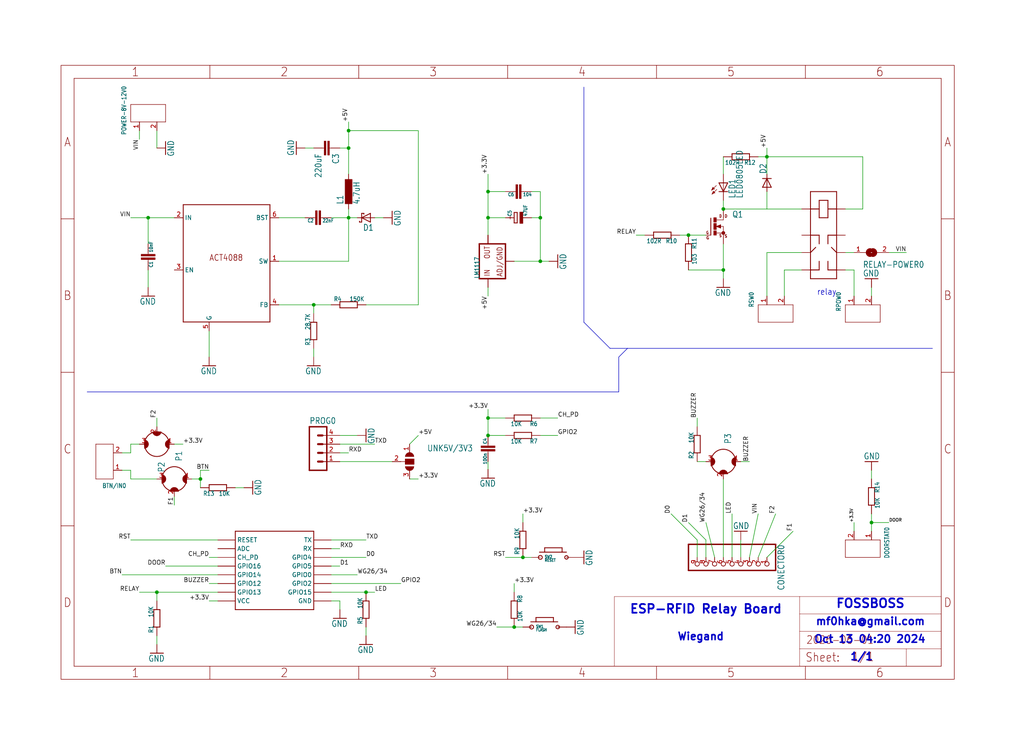
<source format=kicad_sch>
(kicad_sch (version 20231120) (generator "eeschema") (generator_version "8.0")
  (paper "User" 298.45 217.322)
  (lib_symbols
    (symbol "esp-rfid-relay-board-eagle-import:2XSWITCH"
      (symbol "2XSWITCH_1_0"
        (pin bidirectional line (at 0 12.7 270) (length 5.08) (name "1") (number "1"))
        (pin bidirectional line (at 7.62 12.7 270) (length 5.08) (name "2") (number "2"))
        (pin bidirectional line (at 12.7 12.7 270) (length 2.54) (name "3") (number "3"))
        (pin bidirectional line (at 17.78 12.7 270) (length 5.08) (name "4") (number "4"))
        (pin bidirectional line (at 17.78 0 90) (length 5.08) (name "5") (number "5"))
        (pin bidirectional line (at 12.7 0 90) (length 2.54) (name "6") (number "6"))
        (pin bidirectional line (at 7.62 0 90) (length 5.08) (name "7") (number "7"))
        (pin bidirectional line (at 0 0 90) (length 5.08) (name "8") (number "8"))
      )
    )
    (symbol "esp-rfid-relay-board-eagle-import:A4L-LOC"
      (symbol "A4L-LOC_1_0"
        (text "${#}/${##}" (at 230.505 5.08 0) (effects (font (size 2.54 2.159)) (justify left bottom)))
        (text "${CURRENT_DATE}" (at 217.17 10.16 0) (effects (font (size 2.286 1.9431)) (justify left bottom)))
        (text "${PROJECTNAME}" (at 217.17 15.24 0) (effects (font (size 2.54 2.159)) (justify left bottom)))
        (text "1" (at 21.6958 1.905 0) (effects (font (size 2.54 2.286))))
        (text "1" (at 21.6958 177.165 0) (effects (font (size 2.54 2.286))))
        (text "2" (at 65.0875 1.905 0) (effects (font (size 2.54 2.286))))
        (text "2" (at 65.0875 177.165 0) (effects (font (size 2.54 2.286))))
        (text "3" (at 108.4792 1.905 0) (effects (font (size 2.54 2.286))))
        (text "3" (at 108.4792 177.165 0) (effects (font (size 2.54 2.286))))
        (text "4" (at 151.8708 1.905 0) (effects (font (size 2.54 2.286))))
        (text "4" (at 151.8708 177.165 0) (effects (font (size 2.54 2.286))))
        (text "5" (at 195.2625 1.905 0) (effects (font (size 2.54 2.286))))
        (text "5" (at 195.2625 177.165 0) (effects (font (size 2.54 2.286))))
        (text "6" (at 238.6542 1.905 0) (effects (font (size 2.54 2.286))))
        (text "6" (at 238.6542 177.165 0) (effects (font (size 2.54 2.286))))
        (text "A" (at 1.905 156.6863 0) (effects (font (size 2.54 2.286))))
        (text "A" (at 258.445 156.6863 0) (effects (font (size 2.54 2.286))))
        (text "B" (at 1.905 111.9188 0) (effects (font (size 2.54 2.286))))
        (text "B" (at 258.445 111.9188 0) (effects (font (size 2.54 2.286))))
        (text "C" (at 1.905 67.1513 0) (effects (font (size 2.54 2.286))))
        (text "C" (at 258.445 67.1513 0) (effects (font (size 2.54 2.286))))
        (text "D" (at 1.905 22.3838 0) (effects (font (size 2.54 2.286))))
        (text "D" (at 258.445 22.3838 0) (effects (font (size 2.54 2.286))))
        (text "Sheet:" (at 216.916 4.953 0) (effects (font (size 2.54 2.159)) (justify left bottom)))
      )
    )
    (symbol "esp-rfid-relay-board-eagle-import:ACT4088-(SOT23-6)"
      (symbol "ACT4088-(SOT23-6)_1_0"
        (text "ACT4088" (at 0 2.54 0) (effects (font (size 1.778 1.5113)) (justify left bottom)))
        (pin input line (at 20.32 2.54 180) (length 2.54) (name "SW") (number "1"))
        (pin input line (at -10.16 15.24 0) (length 2.54) (name "IN") (number "2"))
        (pin input line (at -10.16 0 0) (length 2.54) (name "EN") (number "3"))
        (pin power_in line (at 20.32 -10.16 180) (length 2.54) (name "FB") (number "4"))
        (pin input line (at 0 -17.78 90) (length 2.54) (name "G") (number "5"))
        (pin output line (at 20.32 15.24 180) (length 2.54) (name "BST") (number "6"))
      )
    )
    (symbol "esp-rfid-relay-board-eagle-import:BUTTON-2PSWITCH-TURTLE-2P"
      (property "Reference" "SW" (at -1.27 -0.254 0))
      (symbol "BUTTON-2PSWITCH-TURTLE-2P_1_0"
        (pin bidirectional line (at -5.08 0 0) (length 2.54) (name "P$1") (number "1"))
        (pin bidirectional line (at 7.62 0 180) (length 2.54) (name "P$2") (number "2"))
      )
    )
    (symbol "esp-rfid-relay-board-eagle-import:C-EUC1210"
      (property "Reference" "C" (at 1.524 0.381 0))
      (symbol "C-EUC1210_1_0"
        (pin passive line (at 0 2.54 270) (length 2.54) (name "1") (number "1"))
        (pin passive line (at 0 -5.08 90) (length 2.54) (name "2") (number "2"))
      )
    )
    (symbol "esp-rfid-relay-board-eagle-import:CAPC0805"
      (property "Reference" "C" (at -2.54 -1.397 0))
      (symbol "CAPC0805_1_0"
        (pin passive line (at -5.08 0 0) (length 2.54) (name "1") (number "1"))
        (pin passive line (at 2.54 0 180) (length 2.54) (name "2") (number "2"))
      )
    )
    (symbol "esp-rfid-relay-board-eagle-import:CPOLB_3528"
      (property "Reference" "C" (at 0.381 3.2766 0))
      (symbol "CPOLB_3528_1_0"
        (text "+" (at -0.5842 2.9464 900) (effects (font (size 1.27 1.0795)) (justify left bottom)))
        (pin passive line (at 0 5.08 270) (length 2.54) (name "+") (number "+"))
        (pin passive line (at 0 -2.54 90) (length 2.54) (name "-") (number "-"))
      )
    )
    (symbol "esp-rfid-relay-board-eagle-import:DIODESOD123FL"
      (property "Reference" "N" (at 2.54 0.4826 0))
      (symbol "DIODESOD123FL_1_0"
        (pin passive line (at -2.54 0 0) (length 2.54) (name "A") (number "A"))
        (pin passive line (at 2.54 0 180) (length 2.54) (name "C") (number "C"))
      )
    )
    (symbol "esp-rfid-relay-board-eagle-import:ESP12SMD"
      (symbol "ESP12SMD_1_0"
        (pin bidirectional line (at -17.78 5.08 0) (length 5.08) (name "ADC") (number "ADC"))
        (pin bidirectional line (at -17.78 2.54 0) (length 5.08) (name "CH_PD") (number "CH_PD"))
        (pin bidirectional line (at 15.24 -10.16 180) (length 5.08) (name "GND") (number "GND"))
        (pin bidirectional line (at 15.24 -2.54 180) (length 5.08) (name "GPIO0") (number "GPIO0"))
        (pin bidirectional line (at -17.78 -5.08 0) (length 5.08) (name "GPIO12") (number "GPIO12"))
        (pin bidirectional line (at -17.78 -7.62 0) (length 5.08) (name "GPIO13") (number "GPIO13"))
        (pin bidirectional line (at -17.78 -2.54 0) (length 5.08) (name "GPIO14") (number "GPIO14"))
        (pin bidirectional line (at 15.24 -7.62 180) (length 5.08) (name "GPIO15") (number "GPIO15"))
        (pin bidirectional line (at -17.78 0 0) (length 5.08) (name "GPIO16") (number "GPIO16"))
        (pin bidirectional line (at 15.24 -5.08 180) (length 5.08) (name "GPIO2") (number "GPIO2"))
        (pin bidirectional line (at 15.24 2.54 180) (length 5.08) (name "GPIO4") (number "GPIO4"))
        (pin bidirectional line (at 15.24 0 180) (length 5.08) (name "GPIO5") (number "GPIO5"))
        (pin bidirectional line (at -17.78 7.62 0) (length 5.08) (name "RESET") (number "RESET"))
        (pin bidirectional line (at 15.24 5.08 180) (length 5.08) (name "RX") (number "RXD0"))
        (pin bidirectional line (at 15.24 7.62 180) (length 5.08) (name "TX") (number "TXD0"))
        (pin bidirectional line (at -17.78 -10.16 0) (length 5.08) (name "VCC") (number "VCC"))
      )
    )
    (symbol "esp-rfid-relay-board-eagle-import:GND" (power)
      (symbol "GND_1_0"
        (pin power_in line (at 0 2.54 270) (length 2.54) (name "GND") (number "1"))
      )
    )
    (symbol "esp-rfid-relay-board-eagle-import:L-EUL3225M"
      (property "Reference" "L" (at -1.4986 -3.81 90))
      (symbol "L-EUL3225M_1_0"
        (pin passive line (at 0 5.08 270) (length 2.54) (name "1") (number "1"))
        (pin passive line (at 0 -5.08 90) (length 2.54) (name "2") (number "2"))
      )
    )
    (symbol "esp-rfid-relay-board-eagle-import:LED0805LED"
      (property "Reference" "LED" (at 3.556 -2.032 90))
      (symbol "LED0805LED_1_0"
        (pin passive line (at 0 5.08 270) (length 2.54) (name "A") (number "A"))
        (pin passive line (at 0 -2.54 90) (length 2.54) (name "C") (number "C"))
      )
    )
    (symbol "esp-rfid-relay-board-eagle-import:MA04-1"
      (property "Reference" "SV" (at -1.27 5.842 0))
      (symbol "MA04-1_1_0"
        (pin passive line (at 7.62 -5.08 180) (length 5.08) (name "1") (number "1"))
        (pin passive line (at 7.62 -2.54 180) (length 5.08) (name "2") (number "2"))
        (pin passive line (at 7.62 0 180) (length 5.08) (name "3") (number "3"))
        (pin passive line (at 7.62 2.54 180) (length 5.08) (name "4") (number "4"))
      )
    )
    (symbol "esp-rfid-relay-board-eagle-import:MOSFET_NSOT23"
      (property "Reference" "Q" (at 5.08 2.54 0))
      (symbol "MOSFET_NSOT23_1_0"
        (text "D" (at 1.27 2.54 0) (effects (font (size 0.8128 0.6908)) (justify left bottom)))
        (text "D" (at 2.794 2.54 0) (effects (font (size 0.8128 0.8128) (thickness 0.1626) (bold yes)) (justify left bottom)))
        (text "G" (at -2.54 -3.81 0) (effects (font (size 0.8128 0.8128) (thickness 0.1626) (bold yes)) (justify left bottom)))
        (text "G" (at -2.54 -2.286 0) (effects (font (size 0.8128 0.6908)) (justify left bottom)))
        (text "S" (at 1.27 -3.175 0) (effects (font (size 0.8128 0.6908)) (justify left bottom)))
        (text "S" (at 2.794 -3.302 0) (effects (font (size 0.8128 0.8128) (thickness 0.1626) (bold yes)) (justify left bottom)))
        (pin passive line (at -2.54 -2.54 0) (length 0) (name "G") (number "1"))
        (pin passive line (at 2.54 -5.08 90) (length 2.54) (name "S") (number "2"))
        (pin passive line (at 2.54 5.08 270) (length 2.54) (name "D") (number "3"))
      )
    )
    (symbol "esp-rfid-relay-board-eagle-import:PINHD-1X9"
      (property "Reference" "JP" (at -6.35 13.335 0))
      (symbol "PINHD-1X9_1_0"
        (pin passive inverted (at -2.54 10.16 0) (length 2.54) (name "1") (number "1"))
        (pin passive inverted (at -2.54 7.62 0) (length 2.54) (name "2") (number "2"))
        (pin passive inverted (at -2.54 5.08 0) (length 2.54) (name "3") (number "3"))
        (pin passive inverted (at -2.54 2.54 0) (length 2.54) (name "4") (number "4"))
        (pin passive inverted (at -2.54 0 0) (length 2.54) (name "5") (number "5"))
        (pin passive inverted (at -2.54 -2.54 0) (length 2.54) (name "6") (number "6"))
        (pin passive inverted (at -2.54 -5.08 0) (length 2.54) (name "7") (number "7"))
        (pin passive inverted (at -2.54 -7.62 0) (length 2.54) (name "8") (number "8"))
        (pin passive inverted (at -2.54 -10.16 0) (length 2.54) (name "9") (number "9"))
      )
    )
    (symbol "esp-rfid-relay-board-eagle-import:POWERSOT223"
      (property "Reference" "U" (at -5.08 2.54 0))
      (symbol "POWERSOT223_1_0"
        (text "ADJ/GND" (at -4.572 -4.318 0) (effects (font (size 1.524 1.2954)) (justify left bottom)))
        (text "IN" (at -4.445 -0.635 0) (effects (font (size 1.524 1.2954)) (justify left bottom)))
        (text "OUT" (at 0.635 -0.635 0) (effects (font (size 1.524 1.2954)) (justify left bottom)))
        (pin input line (at 0 -7.62 90) (length 2.54) (name "GND") (number "GND"))
        (pin input line (at -7.62 0 0) (length 2.54) (name "IN") (number "IN+"))
        (pin output line (at 7.62 0 180) (length 2.54) (name "OUT") (number "OUT1"))
        (pin output line (at 7.62 0 180) (length 2.54) (name "OUT") (number "OUT2"))
      )
    )
    (symbol "esp-rfid-relay-board-eagle-import:RESISTORR0805"
      (property "Reference" "R" (at -4.318 0.9906 0))
      (symbol "RESISTORR0805_1_0"
        (pin passive line (at -5.08 0 0) (length 2.54) (name "1") (number "1"))
        (pin passive line (at 5.08 0 180) (length 2.54) (name "2") (number "2"))
      )
    )
    (symbol "esp-rfid-relay-board-eagle-import:SCHOTTKY-DIODESMD"
      (property "Reference" "D" (at -2.286 1.905 0))
      (symbol "SCHOTTKY-DIODESMD_1_0"
        (pin passive line (at -2.54 0 0) (length 2.54) (name "A") (number "A"))
        (pin passive line (at 2.54 0 180) (length 2.54) (name "C") (number "C"))
      )
    )
    (symbol "esp-rfid-relay-board-eagle-import:SCREW-TERMINAL-GREEN(2P-3.5)"
      (property "Reference" "J" (at -6.35 6.35 0))
      (symbol "SCREW-TERMINAL-GREEN(2P-3.5)_1_0"
        (pin bidirectional line (at -5.08 2.54 0) (length 2.54) (name "1") (number "1"))
        (pin bidirectional line (at -5.08 -2.54 0) (length 2.54) (name "2") (number "2"))
      )
    )
    (symbol "esp-rfid-relay-board-eagle-import:SJ"
      (property "Reference" "SJ" (at -2.54 2.54 0))
      (symbol "SJ_1_0"
        (pin passive line (at -5.08 0 0) (length 2.54) (name "1") (number "1"))
        (pin passive line (at 5.08 0 180) (length 2.54) (name "2") (number "2"))
      )
    )
    (symbol "esp-rfid-relay-board-eagle-import:SJ2W"
      (property "Reference" "SJ" (at 5.08 2.921 0))
      (symbol "SJ2W_1_0"
        (pin passive line (at 0 5.08 270) (length 2.54) (name "1") (number "1"))
        (pin passive line (at -5.08 0 0) (length 2.54) (name "2") (number "2"))
        (pin passive line (at 0 -5.08 90) (length 2.54) (name "3") (number "3"))
      )
    )
    (symbol "esp-rfid-relay-board-eagle-import:SJ3"
      (property "Reference" "SJ" (at 5.08 0.381 0))
      (symbol "SJ3_1_0"
        (pin passive line (at 0 5.08 270) (length 2.54) (name "1") (number "1"))
        (pin passive line (at -5.08 0 0) (length 2.54) (name "2") (number "2"))
        (pin passive line (at 0 -5.08 90) (length 2.54) (name "3") (number "3"))
      )
    )
    (symbol "esp-rfid-relay-board-eagle-import:SparkFun-Aesthetics_GND" (power)
      (symbol "SparkFun-Aesthetics_GND_1_0"
        (pin power_in line (at 0 2.54 270) (length 2.54) (name "GND") (number "1"))
      )
    )
  )
  (junction (at 58.42 139.7))
  (junction (at 101.6 38.1))
  (junction (at 142.24 55.88))
  (junction (at 223.52 45.72))
  (junction (at 157.48 63.5))
  (junction (at 210.82 78.74))
  (junction (at 142.24 127))
  (junction (at 254 152.4))
  (junction (at 101.6 43.18))
  (junction (at 157.48 76.2))
  (junction (at 142.24 121.92))
  (junction (at 45.72 172.72))
  (junction (at 210.82 60.96))
  (junction (at 142.24 63.5))
  (junction (at 43.18 63.5))
  (junction (at 152.4 162.56))
  (junction (at 149.86 182.88))
  (junction (at 106.68 172.72))
  (junction (at 200.66 68.58))
  (junction (at 101.6 63.5))
  (junction (at 91.44 88.9))
  (wire (pts (xy 106.68 172.72) (xy 96.52 172.72)) (stroke (width 0.1524)))
  (wire (pts (xy 106.68 182.88) (xy 106.68 185.42)) (stroke (width 0.1524)))
  (polyline (pts (xy 177.8 101.6) (xy 182.88 101.6)) (stroke (width 0.1524) (type solid)))
  (wire (pts (xy 142.24 86.36) (xy 142.24 83.82)) (stroke (width 0.1524)))
  (wire (pts (xy 223.52 50.8) (xy 223.52 45.72)) (stroke (width 0.1524)))
  (wire (pts (xy 223.52 45.72) (xy 251.46 45.72)) (stroke (width 0.1524)))
  (wire (pts (xy 101.6 63.5) (xy 104.14 63.5)) (stroke (width 0.1524)))
  (wire (pts (xy 200.66 152.4) (xy 205.74 157.48)) (stroke (width 0.1524)))
  (wire (pts (xy 210.82 139.7) (xy 210.82 162.56)) (stroke (width 0.1524)))
  (wire (pts (xy 154.94 63.5) (xy 157.48 63.5)) (stroke (width 0.1524)))
  (wire (pts (xy 251.46 60.96) (xy 246.38 60.96)) (stroke (width 0.1524)))
  (wire (pts (xy 142.24 121.92) (xy 147.32 121.92)) (stroke (width 0.1524)))
  (wire (pts (xy 210.82 45.72) (xy 210.82 50.8)) (stroke (width 0.1524)))
  (wire (pts (xy 203.2 157.48) (xy 203.2 162.56)) (stroke (width 0.1524)))
  (wire (pts (xy 99.06 165.1) (xy 96.52 165.1)) (stroke (width 0.1524)))
  (wire (pts (xy 60.96 170.18) (xy 63.5 170.18)) (stroke (width 0.1524)))
  (wire (pts (xy 220.98 149.86) (xy 218.44 162.56)) (stroke (width 0.1524)))
  (wire (pts (xy 149.86 182.88) (xy 144.78 182.88)) (stroke (width 0.1524)))
  (wire (pts (xy 38.1 139.7) (xy 45.72 139.7)) (stroke (width 0.1524)))
  (wire (pts (xy 223.52 73.66) (xy 223.52 86.36)) (stroke (width 0.1524)))
  (wire (pts (xy 63.5 167.64) (xy 35.56 167.64)) (stroke (width 0.1524)))
  (polyline (pts (xy 180.34 114.3) (xy 25.4 114.3)) (stroke (width 0.1524) (type solid)))
  (wire (pts (xy 210.82 81.28) (xy 210.82 78.74)) (stroke (width 0.1524)))
  (wire (pts (xy 220.98 162.56) (xy 226.06 149.86)) (stroke (width 0.1524)))
  (wire (pts (xy 142.24 68.58) (xy 142.24 63.5)) (stroke (width 0.1524)))
  (wire (pts (xy 142.24 121.92) (xy 142.24 127)) (stroke (width 0.1524)))
  (wire (pts (xy 205.74 68.58) (xy 200.66 68.58)) (stroke (width 0.1524)))
  (wire (pts (xy 254 154.94) (xy 254 152.4)) (stroke (width 0.1524)))
  (wire (pts (xy 96.52 157.48) (xy 106.68 157.48)) (stroke (width 0.1524)))
  (wire (pts (xy 121.92 88.9) (xy 106.68 88.9)) (stroke (width 0.1524)))
  (wire (pts (xy 104.14 127) (xy 99.06 127)) (stroke (width 0.1524)))
  (wire (pts (xy 38.1 137.16) (xy 38.1 139.7)) (stroke (width 0.1524)))
  (wire (pts (xy 101.6 50.8) (xy 101.6 43.18)) (stroke (width 0.1524)))
  (wire (pts (xy 38.1 129.54) (xy 40.64 129.54)) (stroke (width 0.1524)))
  (wire (pts (xy 68.58 142.24) (xy 71.12 142.24)) (stroke (width 0.1524)))
  (wire (pts (xy 248.92 86.36) (xy 248.92 78.74)) (stroke (width 0.1524)))
  (wire (pts (xy 43.18 63.5) (xy 38.1 63.5)) (stroke (width 0.1524)))
  (wire (pts (xy 99.06 134.62) (xy 114.3 134.62)) (stroke (width 0.1524)))
  (wire (pts (xy 50.8 129.54) (xy 53.34 129.54)) (stroke (width 0.1524)))
  (wire (pts (xy 154.94 162.56) (xy 152.4 162.56)) (stroke (width 0.1524)))
  (wire (pts (xy 101.6 63.5) (xy 96.52 63.5)) (stroke (width 0.1524)))
  (wire (pts (xy 223.52 45.72) (xy 223.52 43.18)) (stroke (width 0.1524)))
  (wire (pts (xy 63.5 165.1) (xy 48.26 165.1)) (stroke (width 0.1524)))
  (wire (pts (xy 157.48 76.2) (xy 149.86 76.2)) (stroke (width 0.1524)))
  (wire (pts (xy 109.22 129.54) (xy 99.06 129.54)) (stroke (width 0.1524)))
  (wire (pts (xy 152.4 152.4) (xy 152.4 149.86)) (stroke (width 0.1524)))
  (wire (pts (xy 187.96 68.58) (xy 185.42 68.58)) (stroke (width 0.1524)))
  (wire (pts (xy 142.24 119.38) (xy 142.24 121.92)) (stroke (width 0.1524)))
  (wire (pts (xy 111.76 63.5) (xy 109.22 63.5)) (stroke (width 0.1524)))
  (wire (pts (xy 91.44 88.9) (xy 91.44 91.44)) (stroke (width 0.1524)))
  (wire (pts (xy 63.5 175.26) (xy 60.96 175.26)) (stroke (width 0.1524)))
  (wire (pts (xy 149.86 172.72) (xy 149.86 170.18)) (stroke (width 0.1524)))
  (wire (pts (xy 101.6 63.5) (xy 101.6 60.96)) (stroke (width 0.1524)))
  (wire (pts (xy 58.42 142.24) (xy 58.42 139.7)) (stroke (width 0.1524)))
  (wire (pts (xy 215.9 157.48) (xy 215.9 162.56)) (stroke (width 0.1524)))
  (wire (pts (xy 121.92 38.1) (xy 121.92 88.9)) (stroke (width 0.1524)))
  (wire (pts (xy 96.52 167.64) (xy 104.14 167.64)) (stroke (width 0.1524)))
  (wire (pts (xy 109.22 172.72) (xy 106.68 172.72)) (stroke (width 0.1524)))
  (wire (pts (xy 248.92 154.94) (xy 248.92 152.4)) (stroke (width 0.1524)))
  (wire (pts (xy 264.16 73.66) (xy 259.08 73.66)) (stroke (width 0.1524)))
  (wire (pts (xy 43.18 63.5) (xy 43.18 71.12)) (stroke (width 0.1524)))
  (wire (pts (xy 91.44 104.14) (xy 91.44 101.6)) (stroke (width 0.1524)))
  (wire (pts (xy 50.8 144.78) (xy 50.8 147.32)) (stroke (width 0.1524)))
  (wire (pts (xy 45.72 124.46) (xy 45.72 121.92)) (stroke (width 0.1524)))
  (wire (pts (xy 50.8 63.5) (xy 43.18 63.5)) (stroke (width 0.1524)))
  (wire (pts (xy 43.18 78.74) (xy 43.18 83.82)) (stroke (width 0.1524)))
  (wire (pts (xy 157.48 127) (xy 162.56 127)) (stroke (width 0.1524)))
  (wire (pts (xy 152.4 162.56) (xy 147.32 162.56)) (stroke (width 0.1524)))
  (wire (pts (xy 99.06 43.18) (xy 101.6 43.18)) (stroke (width 0.1524)))
  (wire (pts (xy 215.9 134.62) (xy 218.44 134.62)) (stroke (width 0.1524)))
  (wire (pts (xy 60.96 96.52) (xy 60.96 104.14)) (stroke (width 0.1524)))
  (wire (pts (xy 99.06 175.26) (xy 99.06 177.8)) (stroke (width 0.1524)))
  (wire (pts (xy 233.68 78.74) (xy 228.6 78.74)) (stroke (width 0.1524)))
  (wire (pts (xy 205.74 152.4) (xy 208.28 162.56)) (stroke (width 0.1524)))
  (wire (pts (xy 205.74 134.62) (xy 203.2 134.62)) (stroke (width 0.1524)))
  (wire (pts (xy 101.6 76.2) (xy 101.6 63.5)) (stroke (width 0.1524)))
  (wire (pts (xy 200.66 68.58) (xy 198.12 68.58)) (stroke (width 0.1524)))
  (polyline (pts (xy 180.34 114.3) (xy 180.34 104.14)) (stroke (width 0.1524) (type solid)))
  (wire (pts (xy 228.6 78.74) (xy 228.6 86.36)) (stroke (width 0.1524)))
  (wire (pts (xy 213.36 149.86) (xy 213.36 162.56)) (stroke (width 0.1524)))
  (wire (pts (xy 142.24 63.5) (xy 147.32 63.5)) (stroke (width 0.1524)))
  (wire (pts (xy 157.48 121.92) (xy 162.56 121.92)) (stroke (width 0.1524)))
  (wire (pts (xy 223.52 162.56) (xy 231.14 154.94)) (stroke (width 0.1524)))
  (wire (pts (xy 223.52 60.96) (xy 233.68 60.96)) (stroke (width 0.1524)))
  (wire (pts (xy 210.82 78.74) (xy 210.82 71.12)) (stroke (width 0.1524)))
  (wire (pts (xy 58.42 139.7) (xy 55.88 139.7)) (stroke (width 0.1524)))
  (wire (pts (xy 254 83.82) (xy 254 86.36)) (stroke (width 0.1524)))
  (wire (pts (xy 91.44 43.18) (xy 88.9 43.18)) (stroke (width 0.1524)))
  (wire (pts (xy 81.28 63.5) (xy 88.9 63.5)) (stroke (width 0.1524)))
  (wire (pts (xy 63.5 172.72) (xy 45.72 172.72)) (stroke (width 0.1524)))
  (polyline (pts (xy 170.18 25.4) (xy 170.18 93.98)) (stroke (width 0.1524) (type solid)))
  (wire (pts (xy 195.58 149.86) (xy 203.2 157.48)) (stroke (width 0.1524)))
  (wire (pts (xy 106.68 162.56) (xy 96.52 162.56)) (stroke (width 0.1524)))
  (wire (pts (xy 119.38 129.54) (xy 121.92 127)) (stroke (width 0.1524)))
  (wire (pts (xy 45.72 38.1) (xy 45.72 43.18)) (stroke (width 0.1524)))
  (wire (pts (xy 254 152.4) (xy 254 149.86)) (stroke (width 0.1524)))
  (polyline (pts (xy 182.88 101.6) (xy 271.78 101.6)) (stroke (width 0.1524) (type solid)))
  (wire (pts (xy 142.24 55.88) (xy 142.24 50.8)) (stroke (width 0.1524)))
  (wire (pts (xy 96.52 175.26) (xy 99.06 175.26)) (stroke (width 0.1524)))
  (wire (pts (xy 63.5 162.56) (xy 60.96 162.56)) (stroke (width 0.1524)))
  (wire (pts (xy 248.92 73.66) (xy 246.38 73.66)) (stroke (width 0.1524)))
  (wire (pts (xy 58.42 139.7) (xy 58.42 137.16)) (stroke (width 0.1524)))
  (wire (pts (xy 99.06 132.08) (xy 101.6 132.08)) (stroke (width 0.1524)))
  (wire (pts (xy 45.72 187.96) (xy 45.72 185.42)) (stroke (width 0.1524)))
  (wire (pts (xy 96.52 160.02) (xy 99.06 160.02)) (stroke (width 0.1524)))
  (wire (pts (xy 35.56 137.16) (xy 38.1 137.16)) (stroke (width 0.1524)))
  (wire (pts (xy 223.52 60.96) (xy 210.82 60.96)) (stroke (width 0.1524)))
  (polyline (pts (xy 170.18 93.98) (xy 177.8 101.6)) (stroke (width 0.1524) (type solid)))
  (wire (pts (xy 147.32 55.88) (xy 142.24 55.88)) (stroke (width 0.1524)))
  (wire (pts (xy 101.6 38.1) (xy 101.6 35.56)) (stroke (width 0.1524)))
  (wire (pts (xy 96.52 88.9) (xy 91.44 88.9)) (stroke (width 0.1524)))
  (wire (pts (xy 81.28 76.2) (xy 101.6 76.2)) (stroke (width 0.1524)))
  (wire (pts (xy 45.72 172.72) (xy 40.64 172.72)) (stroke (width 0.1524)))
  (wire (pts (xy 96.52 170.18) (xy 116.84 170.18)) (stroke (width 0.1524)))
  (wire (pts (xy 254 137.16) (xy 254 139.7)) (stroke (width 0.1524)))
  (wire (pts (xy 157.48 55.88) (xy 154.94 55.88)) (stroke (width 0.1524)))
  (wire (pts (xy 152.4 182.88) (xy 149.86 182.88)) (stroke (width 0.1524)))
  (wire (pts (xy 233.68 73.66) (xy 223.52 73.66)) (stroke (width 0.1524)))
  (wire (pts (xy 248.92 78.74) (xy 246.38 78.74)) (stroke (width 0.1524)))
  (wire (pts (xy 157.48 76.2) (xy 157.48 63.5)) (stroke (width 0.1524)))
  (wire (pts (xy 142.24 134.62) (xy 142.24 136.906)) (stroke (width 0.1524)))
  (wire (pts (xy 157.48 76.2) (xy 160.02 76.2)) (stroke (width 0.1524)))
  (wire (pts (xy 210.82 60.96) (xy 210.82 58.42)) (stroke (width 0.1524)))
  (wire (pts (xy 35.56 132.08) (xy 38.1 132.08)) (stroke (width 0.1524)))
  (polyline (pts (xy 180.34 104.14) (xy 182.88 101.6)) (stroke (width 0.1524) (type solid)))
  (wire (pts (xy 101.6 43.18) (xy 101.6 38.1)) (stroke (width 0.1524)))
  (wire (pts (xy 254 152.4) (xy 259.08 152.4)) (stroke (width 0.1524)))
  (wire (pts (xy 157.48 63.5) (xy 157.48 55.88)) (stroke (width 0.1524)))
  (wire (pts (xy 142.24 63.5) (xy 142.24 55.88)) (stroke (width 0.1524)))
  (wire (pts (xy 81.28 88.9) (xy 91.44 88.9)) (stroke (width 0.1524)))
  (wire (pts (xy 251.46 45.72) (xy 251.46 60.96)) (stroke (width 0.1524)))
  (wire (pts (xy 200.66 78.74) (xy 210.82 78.74)) (stroke (width 0.1524)))
  (wire (pts (xy 101.6 38.1) (xy 121.92 38.1)) (stroke (width 0.1524)))
  (wire (pts (xy 45.72 172.72) (xy 45.72 175.26)) (stroke (width 0.1524)))
  (wire (pts (xy 40.64 38.1) (xy 40.64 40.64)) (stroke (width 0.1524)))
  (wire (pts (xy 119.38 139.7) (xy 121.92 139.7)) (stroke (width 0.1524)))
  (wire (pts (xy 58.42 137.16) (xy 60.96 137.16)) (stroke (width 0.1524)))
  (wire (pts (xy 147.32 127) (xy 142.24 127)) (stroke (width 0.1524)))
  (wire (pts (xy 205.74 157.48) (xy 205.74 162.56)) (stroke (width 0.1524)))
  (wire (pts (xy 220.98 45.72) (xy 223.52 45.72)) (stroke (width 0.1524)))
  (wire (pts (xy 38.1 132.08) (xy 38.1 129.54)) (stroke (width 0.1524)))
  (wire (pts (xy 223.52 55.88) (xy 223.52 60.96)) (stroke (width 0.1524)))
  (wire (pts (xy 203.2 124.46) (xy 203.2 121.92)) (stroke (width 0.1524)))
  (wire (pts (xy 38.1 157.48) (xy 63.5 157.48)) (stroke (width 0.1524)))
  (text "relay" (at 243.84 86.36 0) (effects (font (size 1.778 1.5113)) (justify right bottom)))
  (text "mf0hka@gmail.com" (at 253.69 181.41 0) (effects (font (size 2.1844 2.1844) (thickness 0.4369) (bold yes))))
  (text "1/1" (at 247.63 192.94 0) (effects (font (size 2.1844 2.1844) (thickness 0.4369) (bold yes)) (justify left bottom)))
  (text "Wiegand" (at 197.31 185.81 0) (effects (font (size 2.1844 2.1844) (thickness 0.4369) (bold yes)) (justify left)))
  (text "ESP-RFID Relay Board" (at 205.74 177.8 0) (effects (font (size 2.54 2.54) (thickness 0.508) (bold yes))))
  (text "Oct 13 04:20 2024\n" (at 253.53 186.57 0) (effects (font (size 2.1844 2.1844) (thickness 0.4369) (bold yes))))
  (text "FOSSBOSS" (at 253.69 176.18 0) (effects (font (size 2.54 2.54) (thickness 0.508) (bold yes))))
  (label "RELAY" (at 40.64 172.72 180) (effects (font (size 1.2446 1.2446))))
  (label "+5V" (at 142.24 86.36 270) (effects (font (size 1.2446 1.2446))))
  (label "WG26/34" (at 205.74 152.4 90) (effects (font (size 1.2446 1.2446))))
  (label "+5V" (at 101.6 35.56 90) (effects (font (size 1.2446 1.2446))))
  (label "+3.3V" (at 53.34 129.54 0) (effects (font (size 1.2446 1.2446))))
  (label "+3.3V" (at 121.92 139.7 0) (effects (font (size 1.2446 1.2446))))
  (label "F2" (at 45.72 121.92 90) (effects (font (size 1.2446 1.2446))))
  (label "VIN" (at 220.98 149.86 90) (effects (font (size 1.2446 1.2446))))
  (label "D1" (at 99.06 165.1 0) (effects (font (size 1.2446 1.2446))))
  (label "BUZZER" (at 60.96 170.18 180) (effects (font (size 1.2446 1.2446))))
  (label "RELAY" (at 185.42 68.58 180) (effects (font (size 1.2446 1.2446))))
  (label "BUZZER" (at 203.2 121.92 90) (effects (font (size 1.2446 1.2446))))
  (label "WG26/34" (at 144.78 182.88 180) (effects (font (size 1.2446 1.2446))))
  (label "+5V" (at 223.52 43.18 90) (effects (font (size 1.2446 1.2446))))
  (label "WG26/34" (at 104.14 167.64 0) (effects (font (size 1.2446 1.2446))))
  (label "+3.3V" (at 142.24 119.38 180) (effects (font (size 1.2446 1.2446))))
  (label "DOOR" (at 48.26 165.1 180) (effects (font (size 1.2446 1.2446))))
  (label "RXD" (at 99.06 160.02 0) (effects (font (size 1.2446 1.2446))))
  (label "RST" (at 147.32 162.56 180) (effects (font (size 1.2446 1.2446))))
  (label "+3.3V" (at 152.4 149.86 0) (effects (font (size 1.2446 1.2446))))
  (label "D0" (at 195.58 149.86 90) (effects (font (size 1.2446 1.2446))))
  (label "TXD" (at 109.22 129.54 0) (effects (font (size 1.2446 1.2446))))
  (label "+3.3V" (at 248.92 152.4 90) (effects (font (size 0.889 0.889))))
  (label "GPIO2" (at 162.56 127 0) (effects (font (size 1.2446 1.2446))))
  (label "+3.3V" (at 149.86 170.18 0) (effects (font (size 1.2446 1.2446))))
  (label "F1" (at 50.8 147.32 90) (effects (font (size 1.2446 1.2446))))
  (label "TXD" (at 106.68 157.48 0) (effects (font (size 1.2446 1.2446))))
  (label "DOOR" (at 259.08 152.4 0) (effects (font (size 0.889 0.889))))
  (label "D1" (at 200.66 152.4 90) (effects (font (size 1.2446 1.2446))))
  (label "+3.3V" (at 142.24 50.8 90) (effects (font (size 1.2446 1.2446))))
  (label "BTN" (at 60.96 137.16 180) (effects (font (size 1.2446 1.2446))))
  (label "BTN" (at 35.56 167.64 180) (effects (font (size 1.2446 1.2446))))
  (label "RST" (at 38.1 157.48 180) (effects (font (size 1.2446 1.2446))))
  (label "+5V" (at 121.92 127 0) (effects (font (size 1.2446 1.2446))))
  (label "+3.3V" (at 60.96 175.26 180) (effects (font (size 1.2446 1.2446))))
  (label "CH_PD" (at 60.96 162.56 180) (effects (font (size 1.2446 1.2446))))
  (label "CH_PD" (at 162.56 121.92 0) (effects (font (size 1.2446 1.2446))))
  (label "F2" (at 226.06 149.86 90) (effects (font (size 1.2446 1.2446))))
  (label "VIN" (at 38.1 63.5 180) (effects (font (size 1.2446 1.2446))))
  (label "LED" (at 213.36 149.86 90) (effects (font (size 1.2446 1.2446))))
  (label "D0" (at 106.68 162.56 0) (effects (font (size 1.2446 1.2446))))
  (label "BUZZER" (at 218.44 134.62 90) (effects (font (size 1.2446 1.2446))))
  (label "VIN" (at 264.16 73.66 180) (effects (font (size 1.2446 1.2446))))
  (label "LED" (at 109.22 172.72 0) (effects (font (size 1.2446 1.2446))))
  (label "RXD" (at 101.6 132.08 0) (effects (font (size 1.2446 1.2446))))
  (label "F1" (at 231.14 154.94 90) (effects (font (size 1.2446 1.2446))))
  (label "GPIO2" (at 116.84 170.18 0) (effects (font (size 1.2446 1.2446))))
  (label "VIN" (at 40.64 40.64 270) (effects (font (size 1.2446 1.2446))))
  (symbol (lib_id "esp-rfid-relay-board-eagle-import:ACT4088-(SOT23-6)") (at 60.96 78.74 0) (unit 1)
    (property "Reference" "ACT4088" (effects (hide yes)))
    (property "Value" "ACT4088" (effects (hide yes)))
    (property "Footprint" "esp-rfid-relay-board:SOT-23-6" (effects (hide yes)))
  )
  (symbol (lib_id "esp-rfid-relay-board-eagle-import:SparkFun-Aesthetics_GND") (at 254 81.28 0) (mirror x) (unit 1)
    (property "Reference" "#GND18" (effects (hide yes)))
    (property "Value" "GND" (at 251.46 78.74 0) (effects (font (size 1.778 1.5113)) (justify left bottom)))
  )
  (symbol (lib_id "esp-rfid-relay-board-eagle-import:L-EUL3225M") (at 101.6 55.88 0) (unit 1)
    (property "Reference" "L1" (at 100.1014 59.69 90) (effects (font (size 1.778 1.5113)) (justify left bottom)))
    (property "Value" "4.7uH" (at 104.902 59.69 90) (effects (font (size 1.778 1.5113)) (justify left bottom)))
    (property "Footprint" "esp-rfid-relay-board:L3225M" (effects (hide yes)))
  )
  (symbol (lib_id "esp-rfid-relay-board-eagle-import:GND") (at 254 134.62 180) (unit 1)
    (property "Reference" "#GND19" (effects (hide yes)))
    (property "Value" "GND" (at 256.54 132.08 0) (effects (font (size 1.778 1.5113)) (justify left bottom)))
  )
  (symbol (lib_id "esp-rfid-relay-board-eagle-import:RESISTORR0805") (at 215.9 45.72 180) (unit 1)
    (property "Reference" "R12" (at 220.218 46.7106 0) (effects (font (size 1.27 1.0795)) (justify left bottom)))
    (property "Value" "102R" (at 215.646 46.736 0) (effects (font (size 1.27 1.0795)) (justify left bottom)))
    (property "Footprint" "esp-rfid-relay-board:R_0805" (effects (hide yes)))
  )
  (symbol (lib_id "esp-rfid-relay-board-eagle-import:CAPC0805") (at 142.24 132.08 270) (unit 1)
    (property "Reference" "C4" (at 140.843 129.54 0) (effects (font (size 1.016 0.8636)) (justify right bottom)))
    (property "Value" "100n" (at 140.843 132.08 0) (effects (font (size 1.016 0.8636)) (justify left bottom)))
    (property "Footprint" "esp-rfid-relay-board:C_0805" (effects (hide yes)))
  )
  (symbol (lib_id "esp-rfid-relay-board-eagle-import:GND") (at 162.56 76.2 90) (unit 1)
    (property "Reference" "#GND17" (effects (hide yes)))
    (property "Value" "GND" (at 165.1 78.74 0) (effects (font (size 1.778 1.5113)) (justify left bottom)))
  )
  (symbol (lib_id "esp-rfid-relay-board-eagle-import:PINHD-1X9") (at 213.36 165.1 270) (unit 1)
    (property "Reference" "CONECTOR0" (at 226.695 158.75 0) (effects (font (size 1.778 1.5113)) (justify left bottom)))
    (property "Value" "PINHD-1X9" (effects (hide yes)))
    (property "Footprint" "esp-rfid-relay-board:1X09" (effects (hide yes)))
  )
  (symbol (lib_id "esp-rfid-relay-board-eagle-import:SJ3") (at 50.8 139.7 270) (mirror x) (unit 1)
    (property "Reference" "P1" (at 51.181 134.62 0) (effects (font (size 1.778 1.5113)) (justify left bottom)))
    (property "Value" "SJ3" (effects (hide yes)))
    (property "Footprint" "esp-rfid-relay-board:SJ_3" (effects (hide yes)))
  )
  (symbol (lib_id "esp-rfid-relay-board-eagle-import:SCREW-TERMINAL-GREEN(2P-3.5)") (at 251.46 160.02 270) (unit 1)
    (property "Reference" "DOORSTAT0" (at 257.81 153.67 0) (effects (font (size 1.27 1.0795)) (justify left bottom)))
    (property "Value" "SCREW-TERMINAL-GREEN(2P-3.5)" (effects (hide yes)))
    (property "Footprint" "esp-rfid-relay-board:H2-3.5-7.0X7.0MM" (effects (hide yes)))
  )
  (symbol (lib_id "esp-rfid-relay-board-eagle-import:RESISTORR0805") (at 193.04 68.58 180) (unit 1)
    (property "Reference" "R10" (at 197.358 69.5706 0) (effects (font (size 1.27 1.0795)) (justify left bottom)))
    (property "Value" "102R" (at 192.786 69.596 0) (effects (font (size 1.27 1.0795)) (justify left bottom)))
    (property "Footprint" "esp-rfid-relay-board:R_0805" (effects (hide yes)))
  )
  (symbol (lib_id "esp-rfid-relay-board-eagle-import:2XSWITCH") (at 246.38 60.96 90) (mirror x) (unit 1)
    (property "Reference" "RELAY0" (effects (hide yes)))
    (property "Value" "2XSWITCH" (effects (hide yes)))
    (property "Footprint" "esp-rfid-relay-board:HFD3-SIGNAL" (effects (hide yes)))
  )
  (symbol (lib_id "esp-rfid-relay-board-eagle-import:SJ2W") (at 119.38 134.62 0) (unit 1)
    (property "Reference" "UNK5V/3V3" (at 124.46 131.699 0) (effects (font (size 1.778 1.5113)) (justify left bottom)))
    (property "Value" "SJ2W" (effects (hide yes)))
    (property "Footprint" "esp-rfid-relay-board:SJ_2" (effects (hide yes)))
  )
  (symbol (lib_id "esp-rfid-relay-board-eagle-import:BUTTON-2PSWITCH-TURTLE-2P") (at 160.02 162.56 0) (unit 1)
    (property "Reference" "SW2" (at 158.75 162.814 0) (effects (font (size 0.8128 0.6908)) (justify left bottom)))
    (property "Value" "RESET" (at 158.75 163.83 0) (effects (font (size 0.8128 0.6908)) (justify left bottom)))
    (property "Footprint" "esp-rfid-relay-board:2P-SWITCH-TURTLE" (effects (hide yes)))
  )
  (symbol (lib_id "esp-rfid-relay-board-eagle-import:SparkFun-Aesthetics_GND") (at 142.24 139.446 0) (unit 1)
    (property "Reference" "#GND7" (effects (hide yes)))
    (property "Value" "GND" (at 139.7 141.986 0) (effects (font (size 1.778 1.5113)) (justify left bottom)))
  )
  (symbol (lib_id "esp-rfid-relay-board-eagle-import:CAPC0805") (at 43.18 73.66 90) (unit 1)
    (property "Reference" "C1" (at 44.577 76.2 0) (effects (font (size 1.016 0.8636)) (justify right bottom)))
    (property "Value" "10nF" (at 44.577 73.66 0) (effects (font (size 1.016 0.8636)) (justify left bottom)))
    (property "Footprint" "esp-rfid-relay-board:C_0805" (effects (hide yes)))
  )
  (symbol (lib_id "esp-rfid-relay-board-eagle-import:SparkFun-Aesthetics_GND") (at 167.64 182.88 90) (unit 1)
    (property "Reference" "#GND1" (effects (hide yes)))
    (property "Value" "GND" (at 170.18 185.42 0) (effects (font (size 1.778 1.5113)) (justify left bottom)))
  )
  (symbol (lib_id "esp-rfid-relay-board-eagle-import:C-EUC1210") (at 96.52 43.18 270) (unit 1)
    (property "Reference" "C3" (at 96.901 44.704 0) (effects (font (size 1.778 1.5113)) (justify left bottom)))
    (property "Value" "220uF" (at 91.821 44.704 0) (effects (font (size 1.778 1.5113)) (justify left bottom)))
    (property "Footprint" "esp-rfid-relay-board:C1210" (effects (hide yes)))
  )
  (symbol (lib_id "esp-rfid-relay-board-eagle-import:GND") (at 215.9 154.94 180) (unit 1)
    (property "Reference" "#GND14" (effects (hide yes)))
    (property "Value" "GND" (at 218.44 152.4 0) (effects (font (size 1.778 1.5113)) (justify left bottom)))
  )
  (symbol (lib_id "esp-rfid-relay-board-eagle-import:SJ") (at 254 73.66 0) (mirror x) (unit 1)
    (property "Reference" "RELAY-POWER0" (at 251.46 76.2 0) (effects (font (size 1.778 1.5113)) (justify left bottom)))
    (property "Value" "SJ" (effects (hide yes)))
    (property "Footprint" "esp-rfid-relay-board:SJ" (effects (hide yes)))
  )
  (symbol (lib_id "esp-rfid-relay-board-eagle-import:RESISTORR0805") (at 152.4 127 180) (unit 1)
    (property "Reference" "R7" (at 156.718 127.9906 0) (effects (font (size 1.27 1.0795)) (justify left bottom)))
    (property "Value" "10K" (at 152.146 128.016 0) (effects (font (size 1.27 1.0795)) (justify left bottom)))
    (property "Footprint" "esp-rfid-relay-board:R_0805" (effects (hide yes)))
  )
  (symbol (lib_id "esp-rfid-relay-board-eagle-import:SparkFun-Aesthetics_GND") (at 170.18 162.56 90) (unit 1)
    (property "Reference" "#GND2" (effects (hide yes)))
    (property "Value" "GND" (at 172.72 165.1 0) (effects (font (size 1.778 1.5113)) (justify left bottom)))
  )
  (symbol (lib_id "esp-rfid-relay-board-eagle-import:GND") (at 91.44 106.68 0) (unit 1)
    (property "Reference" "#GND11" (effects (hide yes)))
    (property "Value" "GND" (at 88.9 109.22 0) (effects (font (size 1.778 1.5113)) (justify left bottom)))
  )
  (symbol (lib_id "esp-rfid-relay-board-eagle-import:GND") (at 48.26 43.18 90) (unit 1)
    (property "Reference" "#GND3" (effects (hide yes)))
    (property "Value" "GND" (at 50.8 45.72 0) (effects (font (size 1.778 1.5113)) (justify left bottom)))
  )
  (symbol (lib_id "esp-rfid-relay-board-eagle-import:SparkFun-Aesthetics_GND") (at 45.72 190.5 0) (unit 1)
    (property "Reference" "#GND20" (effects (hide yes)))
    (property "Value" "GND" (at 43.18 193.04 0) (effects (font (size 1.778 1.5113)) (justify left bottom)))
  )
  (symbol (lib_id "esp-rfid-relay-board-eagle-import:RESISTORR0805") (at 63.5 142.24 0) (mirror x) (unit 1)
    (property "Reference" "R13" (at 59.182 143.2306 0) (effects (font (size 1.27 1.0795)) (justify left bottom)))
    (property "Value" "10K" (at 63.754 143.256 0) (effects (font (size 1.27 1.0795)) (justify left bottom)))
    (property "Footprint" "esp-rfid-relay-board:R_0805" (effects (hide yes)))
  )
  (symbol (lib_id "esp-rfid-relay-board-eagle-import:SCREW-TERMINAL-GREEN(2P-3.5)") (at 251.46 91.44 90) (mirror x) (unit 1)
    (property "Reference" "RPOW0" (at 245.11 85.09 0) (effects (font (size 1.27 1.0795)) (justify left bottom)))
    (property "Value" "SCREW-TERMINAL-GREEN(2P-3.5)" (effects (hide yes)))
    (property "Footprint" "esp-rfid-relay-board:H2-3.5-7.0X7.0MM" (effects (hide yes)))
  )
  (symbol (lib_id "esp-rfid-relay-board-eagle-import:ESP12SMD") (at 81.28 165.1 0) (unit 1)
    (property "Reference" "U2" (effects (hide yes)))
    (property "Value" "ESP12SMD" (effects (hide yes)))
    (property "Footprint" "esp-rfid-relay-board:ESP12-SMD" (effects (hide yes)))
  )
  (symbol (lib_id "esp-rfid-relay-board-eagle-import:RESISTORR0805") (at 200.66 73.66 270) (unit 1)
    (property "Reference" "R11" (at 201.6506 69.342 0) (effects (font (size 1.27 1.0795)) (justify left bottom)))
    (property "Value" "103" (at 201.676 73.914 0) (effects (font (size 1.27 1.0795)) (justify left bottom)))
    (property "Footprint" "esp-rfid-relay-board:R_0805" (effects (hide yes)))
  )
  (symbol (lib_id "esp-rfid-relay-board-eagle-import:RESISTORR0805") (at 106.68 177.8 90) (unit 1)
    (property "Reference" "R5" (at 105.6894 182.118 0) (effects (font (size 1.27 1.0795)) (justify left bottom)))
    (property "Value" "10K" (at 105.664 177.546 0) (effects (font (size 1.27 1.0795)) (justify left bottom)))
    (property "Footprint" "esp-rfid-relay-board:R_0805" (effects (hide yes)))
  )
  (symbol (lib_id "esp-rfid-relay-board-eagle-import:GND") (at 73.66 142.24 90) (mirror x) (unit 1)
    (property "Reference" "#GND4" (effects (hide yes)))
    (property "Value" "GND" (at 76.2 139.7 0) (effects (font (size 1.778 1.5113)) (justify left bottom)))
  )
  (symbol (lib_id "esp-rfid-relay-board-eagle-import:MA04-1") (at 91.44 129.54 0) (unit 1)
    (property "Reference" "PROG0" (at 90.17 123.698 0) (effects (font (size 1.778 1.5113)) (justify left bottom)))
    (property "Value" "MA04-1" (effects (hide yes)))
    (property "Footprint" "esp-rfid-relay-board:MA04-1" (effects (hide yes)))
  )
  (symbol (lib_id "esp-rfid-relay-board-eagle-import:GND") (at 60.96 106.68 0) (unit 1)
    (property "Reference" "#GND12" (effects (hide yes)))
    (property "Value" "GND" (at 58.42 109.22 0) (effects (font (size 1.778 1.5113)) (justify left bottom)))
  )
  (symbol (lib_id "esp-rfid-relay-board-eagle-import:MOSFET_NSOT23") (at 208.28 66.04 0) (unit 1)
    (property "Reference" "Q1" (at 213.36 63.5 0) (effects (font (size 1.778 1.5113)) (justify left bottom)))
    (property "Value" "MOSFET_NSOT23" (effects (hide yes)))
    (property "Footprint" "esp-rfid-relay-board:SOT23" (effects (hide yes)))
  )
  (symbol (lib_id "esp-rfid-relay-board-eagle-import:RESISTORR0805") (at 45.72 180.34 90) (unit 1)
    (property "Reference" "R1" (at 44.7294 184.658 0) (effects (font (size 1.27 1.0795)) (justify left bottom)))
    (property "Value" "10K" (at 44.704 180.086 0) (effects (font (size 1.27 1.0795)) (justify left bottom)))
    (property "Footprint" "esp-rfid-relay-board:R_0805" (effects (hide yes)))
  )
  (symbol (lib_id "esp-rfid-relay-board-eagle-import:CAPC0805") (at 93.98 63.5 0) (unit 1)
    (property "Reference" "C2" (at 91.44 64.897 0) (effects (font (size 1.016 0.8636)) (justify right bottom)))
    (property "Value" "22nF" (at 93.98 64.897 0) (effects (font (size 1.016 0.8636)) (justify left bottom)))
    (property "Footprint" "esp-rfid-relay-board:C_0805" (effects (hide yes)))
  )
  (symbol (lib_id "esp-rfid-relay-board-eagle-import:SparkFun-Aesthetics_GND") (at 210.82 83.82 0) (unit 1)
    (property "Reference" "#GND16" (effects (hide yes)))
    (property "Value" "GND" (at 208.28 86.36 0) (effects (font (size 1.778 1.5113)) (justify left bottom)))
  )
  (symbol (lib_id "esp-rfid-relay-board-eagle-import:SJ3") (at 45.72 129.54 270) (unit 1)
    (property "Reference" "P2" (at 46.101 134.62 0) (effects (font (size 1.778 1.5113)) (justify left bottom)))
    (property "Value" "SJ3" (effects (hide yes)))
    (property "Footprint" "esp-rfid-relay-board:SJ_3" (effects (hide yes)))
  )
  (symbol (lib_id "esp-rfid-relay-board-eagle-import:RESISTORR0805") (at 203.2 129.54 90) (unit 1)
    (property "Reference" "R2" (at 202.2094 133.858 0) (effects (font (size 1.27 1.0795)) (justify left bottom)))
    (property "Value" "10K" (at 202.184 129.286 0) (effects (font (size 1.27 1.0795)) (justify left bottom)))
    (property "Footprint" "esp-rfid-relay-board:R_0805" (effects (hide yes)))
  )
  (symbol (lib_id "esp-rfid-relay-board-eagle-import:BUTTON-2PSWITCH-TURTLE-2P") (at 157.48 182.88 0) (unit 1)
    (property "Reference" "SW1" (at 156.21 183.134 0) (effects (font (size 0.8128 0.6908)) (justify left bottom)))
    (property "Value" "FLASH" (at 156.21 184.15 0) (effects (font (size 0.8128 0.6908)) (justify left bottom)))
    (property "Footprint" "esp-rfid-relay-board:2P-SWITCH-TURTLE" (effects (hide yes)))
  )
  (symbol (lib_id "esp-rfid-relay-board-eagle-import:RESISTORR0805") (at 101.6 88.9 0) (unit 1)
    (property "Reference" "R4" (at 97.282 87.9094 0) (effects (font (size 1.27 1.0795)) (justify left bottom)))
    (property "Value" "150K" (at 101.854 87.884 0) (effects (font (size 1.27 1.0795)) (justify left bottom)))
    (property "Footprint" "esp-rfid-relay-board:R_0805" (effects (hide yes)))
  )
  (symbol (lib_id "esp-rfid-relay-board-eagle-import:SCREW-TERMINAL-GREEN(2P-3.5)") (at 30.48 134.62 180) (unit 1)
    (property "Reference" "BTN/IN0" (at 36.83 140.97 0) (effects (font (size 1.27 1.0795)) (justify left bottom)))
    (property "Value" "SCREW-TERMINAL-GREEN(2P-3.5)" (effects (hide yes)))
    (property "Footprint" "esp-rfid-relay-board:H2-3.5-7.0X7.0MM" (effects (hide yes)))
  )
  (symbol (lib_id "esp-rfid-relay-board-eagle-import:DIODESOD123FL") (at 223.52 53.34 270) (mirror x) (unit 1)
    (property "Reference" "D2" (at 221.4626 50.8 0) (effects (font (size 1.778 1.5113)) (justify left bottom)))
    (property "Value" "4007-4148" (effects (hide yes)))
    (property "Footprint" "esp-rfid-relay-board:DIO_SOD123FL" (effects (hide yes)))
  )
  (symbol (lib_id "esp-rfid-relay-board-eagle-import:A4L-LOC") (at 17.78 198.12 0) (unit 1)
    (property "Reference" "#FRAME1" (effects (hide yes)))
    (property "Value" "ESP12F-RFID" (effects (hide yes)))
  )
  (symbol (lib_id "esp-rfid-relay-board-eagle-import:SCREW-TERMINAL-GREEN(2P-3.5)") (at 43.18 33.02 90) (unit 1)
    (property "Reference" "POWER-8V-12V0" (at 36.83 39.37 0) (effects (font (size 1.27 1.0795)) (justify left bottom)))
    (property "Value" "SCREW-TERMINAL-GREEN(2P-3.5)" (effects (hide yes)))
    (property "Footprint" "esp-rfid-relay-board:H2-3.5-7.0X7.0MM" (effects (hide yes)))
  )
  (symbol (lib_id "esp-rfid-relay-board-eagle-import:RESISTORR0805") (at 254 144.78 270) (unit 1)
    (property "Reference" "R14" (at 254.9906 140.462 0) (effects (font (size 1.27 1.0795)) (justify left bottom)))
    (property "Value" "10K" (at 255.016 145.034 0) (effects (font (size 1.27 1.0795)) (justify left bottom)))
    (property "Footprint" "esp-rfid-relay-board:R_0805" (effects (hide yes)))
  )
  (symbol (lib_id "esp-rfid-relay-board-eagle-import:RESISTORR0805") (at 91.44 96.52 90) (unit 1)
    (property "Reference" "R3" (at 90.4494 100.838 0) (effects (font (size 1.27 1.0795)) (justify left bottom)))
    (property "Value" "28.7K" (at 90.424 96.266 0) (effects (font (size 1.27 1.0795)) (justify left bottom)))
    (property "Footprint" "esp-rfid-relay-board:R_0805" (effects (hide yes)))
  )
  (symbol (lib_id "esp-rfid-relay-board-eagle-import:RESISTORR0805") (at 152.4 121.92 180) (unit 1)
    (property "Reference" "R6" (at 156.718 122.9106 0) (effects (font (size 1.27 1.0795)) (justify left bottom)))
    (property "Value" "10K" (at 152.146 122.936 0) (effects (font (size 1.27 1.0795)) (justify left bottom)))
    (property "Footprint" "esp-rfid-relay-board:R_0805" (effects (hide yes)))
  )
  (symbol (lib_id "esp-rfid-relay-board-eagle-import:GND") (at 86.36 43.18 270) (unit 1)
    (property "Reference" "#GND15" (effects (hide yes)))
    (property "Value" "GND" (at 83.82 40.64 0) (effects (font (size 1.778 1.5113)) (justify left bottom)))
  )
  (symbol (lib_id "esp-rfid-relay-board-eagle-import:CPOLB_3528") (at 152.4 63.5 90) (unit 1)
    (property "Reference" "C5" (at 149.1234 63.119 0) (effects (font (size 1.016 0.8636)) (justify left bottom)))
    (property "Value" "47UF" (at 153.6954 63.119 0) (effects (font (size 1.016 0.8636)) (justify left bottom)))
    (property "Footprint" "esp-rfid-relay-board:CPOL_B3528" (effects (hide yes)))
  )
  (symbol (lib_id "esp-rfid-relay-board-eagle-import:LED0805LED") (at 210.82 55.88 0) (unit 1)
    (property "Reference" "LED1" (at 214.376 57.912 90) (effects (font (size 1.778 1.5113)) (justify left bottom)))
    (property "Value" "LED0805LED" (at 216.535 57.912 90) (effects (font (size 1.778 1.5113)) (justify left bottom)))
    (property "Footprint" "esp-rfid-relay-board:0805LED" (effects (hide yes)))
  )
  (symbol (lib_id "esp-rfid-relay-board-eagle-import:SCHOTTKY-DIODESMD") (at 106.68 63.5 180) (unit 1)
    (property "Reference" "D1" (at 108.966 65.405 0) (effects (font (size 1.778 1.5113)) (justify left bottom)))
    (property "Value" "SCHOTTKY-DIODESMD" (effects (hide yes)))
    (property "Footprint" "esp-rfid-relay-board:SMB" (effects (hide yes)))
  )
  (symbol (lib_id "esp-rfid-relay-board-eagle-import:GND") (at 43.18 86.36 0) (unit 1)
    (property "Reference" "#GND13" (effects (hide yes)))
    (property "Value" "GND" (at 40.64 88.9 0) (effects (font (size 1.778 1.5113)) (justify left bottom)))
  )
  (symbol (lib_id "esp-rfid-relay-board-eagle-import:GND") (at 99.06 180.34 0) (unit 1)
    (property "Reference" "#GND8" (effects (hide yes)))
    (property "Value" "GND" (at 96.52 182.88 0) (effects (font (size 1.778 1.5113)) (justify left bottom)))
  )
  (symbol (lib_id "esp-rfid-relay-board-eagle-import:CAPC0805") (at 152.4 55.88 0) (unit 1)
    (property "Reference" "C6" (at 149.86 57.277 0) (effects (font (size 1.016 0.8636)) (justify right bottom)))
    (property "Value" "104" (at 152.4 57.277 0) (effects (font (size 1.016 0.8636)) (justify left bottom)))
    (property "Footprint" "esp-rfid-relay-board:C_0805" (effects (hide yes)))
  )
  (symbol (lib_id "esp-rfid-relay-board-eagle-import:SCREW-TERMINAL-GREEN(2P-3.5)") (at 226.06 91.44 90) (mirror x) (unit 1)
    (property "Reference" "RSW0" (at 219.71 85.09 0) (effects (font (size 1.27 1.0795)) (justify left bottom)))
    (property "Value" "SCREW-TERMINAL-GREEN(2P-3.5)" (effects (hide yes)))
    (property "Footprint" "esp-rfid-relay-board:H2-3.5-7.0X7.0MM" (effects (hide yes)))
  )
  (symbol (lib_id "esp-rfid-relay-board-eagle-import:GND") (at 114.3 63.5 90) (unit 1)
    (property "Reference" "#GND9" (effects (hide yes)))
    (property "Value" "GND" (at 116.84 66.04 0) (effects (font (size 1.778 1.5113)) (justify left bottom)))
  )
  (symbol (lib_id "esp-rfid-relay-board-eagle-import:RESISTORR0805") (at 152.4 157.48 90) (unit 1)
    (property "Reference" "R9" (at 151.4094 161.798 0) (effects (font (size 1.27 1.0795)) (justify left bottom)))
    (property "Value" "10K" (at 151.384 157.226 0) (effects (font (size 1.27 1.0795)) (justify left bottom)))
    (property "Footprint" "esp-rfid-relay-board:R_0805" (effects (hide yes)))
  )
  (symbol (lib_id "esp-rfid-relay-board-eagle-import:POWERSOT223") (at 142.24 76.2 90) (unit 1)
    (property "Reference" "LM1117" (at 139.7 81.28 0) (effects (font (size 1.27 1.0795)) (justify left bottom)))
    (property "Value" "POWERSOT223" (effects (hide yes)))
    (property "Footprint" "esp-rfid-relay-board:SOT223" (effects (hide yes)))
  )
  (symbol (lib_id "esp-rfid-relay-board-eagle-import:SJ3") (at 210.82 134.62 270) (mirror x) (unit 1)
    (property "Reference" "P3" (at 211.201 129.54 0) (effects (font (size 1.778 1.5113)) (justify left bottom)))
    (property "Value" "SJ3" (effects (hide yes)))
    (property "Footprint" "esp-rfid-relay-board:SJ_3" (effects (hide yes)))
  )
  (symbol (lib_id "esp-rfid-relay-board-eagle-import:SparkFun-Aesthetics_GND") (at 106.68 187.96 0) (unit 1)
    (property "Reference" "#GND6" (effects (hide yes)))
    (property "Value" "GND" (at 104.14 190.5 0) (effects (font (size 1.778 1.5113)) (justify left bottom)))
  )
  (symbol (lib_id "esp-rfid-relay-board-eagle-import:RESISTORR0805") (at 149.86 177.8 270) (unit 1)
    (property "Reference" "R8" (at 150.8506 173.482 0) (effects (font (size 1.27 1.0795)) (justify left bottom)))
    (property "Value" "10K" (at 150.876 178.054 0) (effects (font (size 1.27 1.0795)) (justify left bottom)))
    (property "Footprint" "esp-rfid-relay-board:R_0805" (effects (hide yes)))
  )
  (symbol (lib_id "esp-rfid-relay-board-eagle-import:SparkFun-Aesthetics_GND") (at 106.68 127 90) (unit 1)
    (property "Reference" "#GND5" (effects (hide yes)))
    (property "Value" "GND" (at 109.22 129.54 0) (effects (font (size 1.778 1.5113)) (justify left bottom)))
  )
)
</source>
